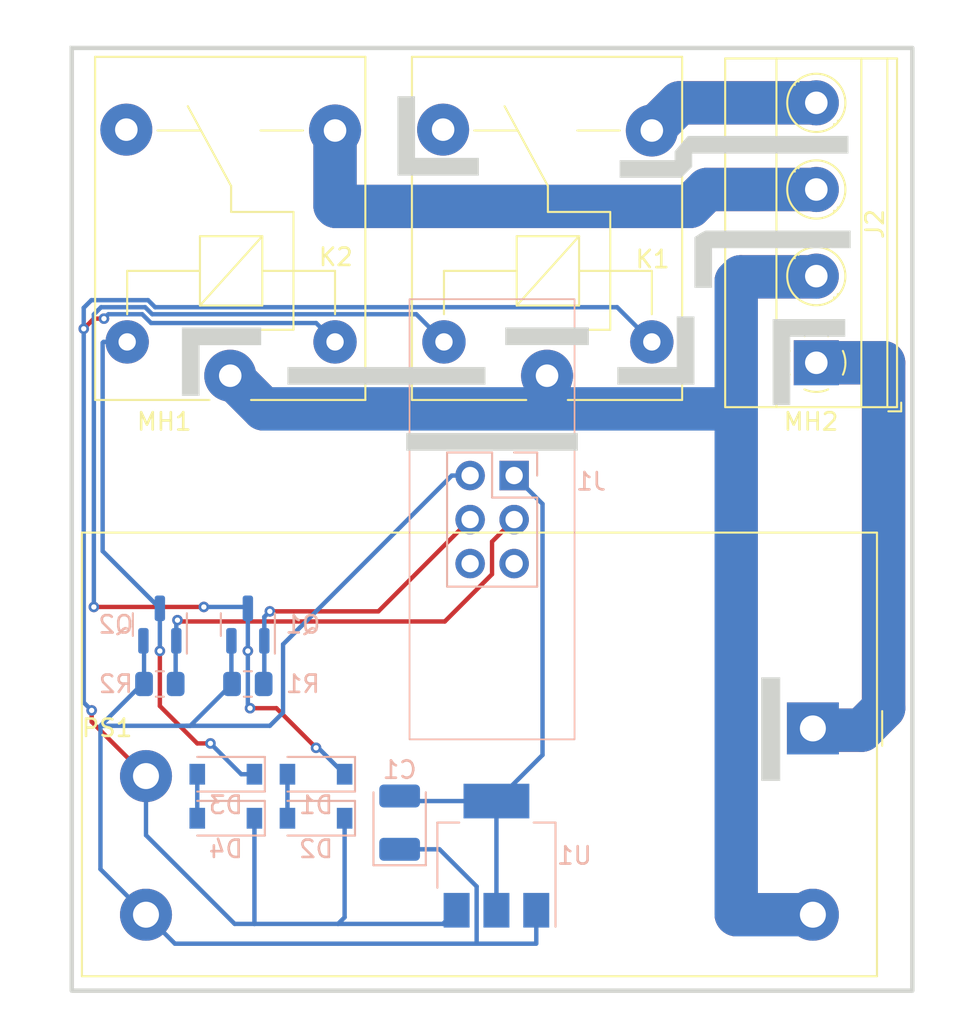
<source format=kicad_pcb>
(kicad_pcb (version 20211014) (generator pcbnew)
  (layers (0 "F.Cu" signal) (31 "B.Cu" signal) (34 "B.Paste" user) (35 "F.Paste" user) (36 "B.SilkS" user "B.Silkscreen") (37 "F.SilkS" user "F.Silkscreen") (38 "B.Mask" user) (39 "F.Mask" user) (44 "Edge.Cuts" user))
  (net 0 "")
  (net 1 "GND")
  (net 2 "3.3V")
  (net 3 "5V")
  (net 4 "Net-(D1-Pad2)")
  (net 5 "Net-(D1-Pad1)")
  (net 6 "Net-(D3-Pad2)")
  (net 7 "Net-(D3-Pad1)")
  (net 8 "RELAY1T")
  (net 10 "RELAY2T")
  (net 12 "RELAY2")
  (net 13 "RELAY1")
  (net 14 "N")
  (net 15 "L")
  (footprint "MountingHole:MountingHole_2.2mm_M2" (layer "F.Cu") (at 164.211 94.615)
    (fp_text reference "MH1" (at 0 -3.2) (layer "F.SilkS"))
    (fp_text value "MountingHole_2.2mm_M2")
    (pad "" np_thru_hole circle (at 0 0) (size 2.2 2.2) (drill 2.2) (layers *.Cu *.Mask))
  )
  (footprint "TerminalBlock_Phoenix:TerminalBlock_Phoenix_MKDS-1,5-4_1x04_P5.00mm_Horizontal" (layer "F.Cu") (at 201.854 88.018 90)
    (fp_text reference "J2" (at 8.008 3.378 270) (layer "F.SilkS"))
    (fp_text value "Screw_Terminal_01x04 (C2802618)")
    (fp_line (start 13.966 1.239) (end 13.931 1.274) (layer "F.SilkS") (width 0.12))
    (fp_line (start -2.56 -2.301) (end 17.561 -2.301) (layer "F.SilkS") (width 0.12))
    (fp_line (start 16.07 -1.275) (end 16.035 -1.239) (layer "F.SilkS") (width 0.12))
    (fp_line (start 11.07 -1.275) (end 11.035 -1.239) (layer "F.SilkS") (width 0.12))
    (fp_line (start -2.56 2.6) (end 17.561 2.6) (layer "F.SilkS") (width 0.12))
    (fp_line (start -2.56 -5.261) (end -2.56 4.66) (layer "F.SilkS") (width 0.12))
    (fp_line (start -2.56 -5.261) (end 17.561 -5.261) (layer "F.SilkS") (width 0.12))
    (fp_line (start -2.56 4.1) (end 17.561 4.1) (layer "F.SilkS") (width 0.12))
    (fp_line (start 13.773 1.023) (end 13.726 1.069) (layer "F.SilkS") (width 0.12))
    (fp_line (start 3.966 1.239) (end 3.931 1.274) (layer "F.SilkS") (width 0.12))
    (fp_line (start 6.275 -1.069) (end 6.228 -1.023) (layer "F.SilkS") (width 0.12))
    (fp_line (start 8.966 1.239) (end 8.931 1.274) (layer "F.SilkS") (width 0.12))
    (fp_line (start -2.8 4.9) (end -2.3 4.9) (layer "F.SilkS") (width 0.12))
    (fp_line (start 3.773 1.023) (end 3.726 1.069) (layer "F.SilkS") (width 0.12))
    (fp_line (start 16.275 -1.069) (end 16.228 -1.023) (layer "F.SilkS") (width 0.12))
    (fp_line (start 8.773 1.023) (end 8.726 1.069) (layer "F.SilkS") (width 0.12))
    (fp_line (start 11.275 -1.069) (end 11.228 -1.023) (layer "F.SilkS") (width 0.12))
    (fp_line (start -2.8 4.16) (end -2.8 4.9) (layer "F.SilkS") (width 0.12))
    (fp_line (start -2.56 4.66) (end 17.561 4.66) (layer "F.SilkS") (width 0.12))
    (fp_line (start 17.561 -5.261) (end 17.561 4.66) (layer "F.SilkS") (width 0.12))
    (fp_line (start 6.07 -1.275) (end 6.035 -1.239) (layer "F.SilkS") (width 0.12))
    (fp_arc (start 0.028805 1.680253) (mid -0.335551 1.646659) (end -0.684 1.535) (layer "F.SilkS") (width 0.12))
    (fp_arc (start -1.535427 0.683042) (mid -1.680501 -0.000524) (end -1.535 -0.684) (layer "F.SilkS") (width 0.12))
    (fp_arc (start -0.683042 -1.535427) (mid 0.000524 -1.680501) (end 0.684 -1.535) (layer "F.SilkS") (width 0.12))
    (fp_arc (start 1.535427 -0.683042) (mid 1.680501 0.000524) (end 1.535 0.684) (layer "F.SilkS") (width 0.12))
    (fp_arc (start 0.683318 1.534756) (mid 0.349292 1.643288) (end 0 1.68) (layer "F.SilkS") (width 0.12))
    (fp_circle (center 15 0) (end 16.68 0) (layer "F.SilkS") (width 0.12) (fill none))
    (fp_circle (center 5 0) (end 6.68 0) (layer "F.SilkS") (width 0.12) (fill none))
    (fp_circle (center 10 0) (end 11.68 0) (layer "F.SilkS") (width 0.12) (fill none))
    (pad "1" thru_hole rect (at 0 0 90) (size 2.6 2.6) (drill 1.3) (layers *.Cu *.Mask) (net 14 "N"))
    (pad "2" thru_hole circle (at 5 0 90) (size 2.6 2.6) (drill 1.3) (layers *.Cu *.Mask) (net 15 "L"))
    (pad "3" thru_hole circle (at 10 0 90) (size 2.6 2.6) (drill 1.3) (layers *.Cu *.Mask) (net 13 "RELAY1"))
    (pad "4" thru_hole circle (at 15 0 90) (size 2.6 2.6) (drill 1.3) (layers *.Cu *.Mask) (net 12 "RELAY2"))
  )
  (footprint "Relay_THT:Relay_SPDT_SANYOU_SRD_Series_Form_C" (layer "F.Cu") (at 186.309 88.764 90)
    (fp_text reference "K1" (at 6.722 6.096) (layer "F.SilkS"))
    (fp_text value "SANYOU_SRD_Form_C (C35449)")
    (fp_line (start 9.45 3.65) (end 2.65 3.65) (layer "F.SilkS") (width 0.12))
    (fp_line (start 18.4 7.8) (end -1.4 7.8) (layer "F.SilkS") (width 0.12))
    (fp_line (start -1.4 -7.8) (end -1.4 -1.2) (layer "F.SilkS") (width 0.12))
    (fp_line (start 6.05 -5.95) (end 3.55 -5.95) (layer "F.SilkS") (width 0.12))
    (fp_line (start 3.55 6.05) (end 6.05 6.05) (layer "F.SilkS") (width 0.12))
    (fp_line (start 9.45 0.05) (end 9.45 3.65) (layer "F.SilkS") (width 0.12))
    (fp_line (start 18.4 -7.8) (end 18.4 7.8) (layer "F.SilkS") (width 0.12))
    (fp_line (start 14.15 4.2) (end 14.15 1.75) (layer "F.SilkS") (width 0.12))
    (fp_line (start 6.05 -5.95) (end 6.05 -1.75) (layer "F.SilkS") (width 0.12))
    (fp_line (start 8.05 1.85) (end 4.05 -1.75) (layer "F.SilkS") (width 0.12))
    (fp_line (start 4.05 -1.75) (end 8.05 -1.75) (layer "F.SilkS") (width 0.12))
    (fp_line (start 8.05 -1.75) (end 8.05 1.85) (layer "F.SilkS") (width 0.12))
    (fp_line (start 2.65 0.05) (end 2.65 3.65) (layer "F.SilkS") (width 0.12))
    (fp_line (start 4.05 1.85) (end 4.05 -1.75) (layer "F.SilkS") (width 0.12))
    (fp_line (start 2.65 0.05) (end 1.85 0.05) (layer "F.SilkS") (width 0.12))
    (fp_line (start 6.05 1.85) (end 6.05 6.05) (layer "F.SilkS") (width 0.12))
    (fp_line (start 14.15 -4.2) (end 14.15 -1.7) (layer "F.SilkS") (width 0.12))
    (fp_line (start 9.45 0.05) (end 10.95 0.05) (layer "F.SilkS") (width 0.12))
    (fp_line (start 10.95 0.05) (end 15.55 -2.45) (layer "F.SilkS") (width 0.12))
    (fp_line (start -1.4 -7.8) (end 18.4 -7.8) (layer "F.SilkS") (width 0.12))
    (fp_line (start 8.05 1.85) (end 4.05 1.85) (layer "F.SilkS") (width 0.12))
    (fp_line (start -1.4 1.2) (end -1.4 7.8) (layer "F.SilkS") (width 0.12))
    (pad "1" thru_hole circle (at 0 0 180) (size 3 3) (drill 1.3) (layers *.Cu *.Mask) (net 15 "L"))
    (pad "2" thru_hole circle (at 1.95 6.05 180) (size 2.5 2.5) (drill 1) (layers *.Cu *.Mask) (net 3 "5V"))
    (pad "3" thru_hole circle (at 14.15 6.05 180) (size 3 3) (drill 1.3) (layers *.Cu *.Mask) (net 12 "RELAY2"))
    (pad "4" thru_hole circle (at 14.2 -6 180) (size 3 3) (drill 1.3) (layers *.Cu *.Mask))
    (pad "5" thru_hole circle (at 1.95 -5.95 180) (size 2.5 2.5) (drill 1) (layers *.Cu *.Mask) (net 5 "Net-(D1-Pad1)"))
  )
  (footprint "MountingHole:MountingHole_2.2mm_M2" (layer "F.Cu") (at 201.549 94.615)
    (fp_text reference "MH2" (at 0 -3.2) (layer "F.SilkS"))
    (fp_text value "MountingHole_2.2mm_M2")
    (pad "" np_thru_hole circle (at 0 0) (size 2.2 2.2) (drill 2.2) (layers *.Cu *.Mask))
  )
  (footprint "Converter_ACDC:Converter_ACDC_MeanWell_IRM-10-xx_THT" (layer "F.Cu") (at 161.0165 109.117)
    (fp_text reference "PS1" (at -0.1075 -0.024) (layer "F.SilkS"))
    (fp_text value "IRM-10-5")
    (fp_line (start 44.34 -11.3) (end 44.34 14.3) (layer "F.SilkS") (width 0.12))
    (fp_line (start -1.56 -11.3) (end -1.56 14.3) (layer "F.SilkS") (width 0.12))
    (fp_line (start 44.34 -11.3) (end -1.56 -11.3) (layer "F.SilkS") (width 0.12))
    (fp_line (start 44.34 14.3) (end -1.56 14.3) (layer "F.SilkS") (width 0.12))
    (fp_line (start 44.64 -1) (end 44.64 1) (layer "F.SilkS") (width 0.12))
    (pad "1" thru_hole rect (at 40.64 0) (size 3 3) (drill 1.5) (layers *.Cu *.Mask) (net 14 "N"))
    (pad "2" thru_hole circle (at 40.64 10.75) (size 3 3) (drill 1.5) (layers *.Cu *.Mask) (net 15 "L"))
    (pad "3" thru_hole circle (at 2.14 10.75) (size 3 3) (drill 1.5) (layers *.Cu *.Mask) (net 1 "GND"))
    (pad "4" thru_hole circle (at 2.14 2.75) (size 3 3) (drill 1.5) (layers *.Cu *.Mask) (net 3 "5V"))
  )
  (footprint "Relay_THT:Relay_SPDT_SANYOU_SRD_Series_Form_C" (layer "F.Cu") (at 168.021 88.764 90)
    (fp_text reference "K2" (at 6.849 6.096) (layer "F.SilkS"))
    (fp_text value "SANYOU_SRD_Form_C (C35449)")
    (fp_line (start 9.45 3.65) (end 2.65 3.65) (layer "F.SilkS") (width 0.12))
    (fp_line (start 18.4 7.8) (end -1.4 7.8) (layer "F.SilkS") (width 0.12))
    (fp_line (start 6.05 -5.95) (end 3.55 -5.95) (layer "F.SilkS") (width 0.12))
    (fp_line (start 8.05 -1.75) (end 8.05 1.85) (layer "F.SilkS") (width 0.12))
    (fp_line (start 8.05 1.85) (end 4.05 -1.75) (layer "F.SilkS") (width 0.12))
    (fp_line (start -1.4 -7.8) (end -1.4 -1.2) (layer "F.SilkS") (width 0.12))
    (fp_line (start 14.15 -4.2) (end 14.15 -1.7) (layer "F.SilkS") (width 0.12))
    (fp_line (start 3.55 6.05) (end 6.05 6.05) (layer "F.SilkS") (width 0.12))
    (fp_line (start -1.4 -7.8) (end 18.4 -7.8) (layer "F.SilkS") (width 0.12))
    (fp_line (start 4.05 1.85) (end 4.05 -1.75) (layer "F.SilkS") (width 0.12))
    (fp_line (start 18.4 -7.8) (end 18.4 7.8) (layer "F.SilkS") (width 0.12))
    (fp_line (start 6.05 -5.95) (end 6.05 -1.75) (layer "F.SilkS") (width 0.12))
    (fp_line (start 4.05 -1.75) (end 8.05 -1.75) (layer "F.SilkS") (width 0.12))
    (fp_line (start -1.4 1.2) (end -1.4 7.8) (layer "F.SilkS") (width 0.12))
    (fp_line (start 10.95 0.05) (end 15.55 -2.45) (layer "F.SilkS") (width 0.12))
    (fp_line (start 14.15 4.2) (end 14.15 1.75) (layer "F.SilkS") (width 0.12))
    (fp_line (start 8.05 1.85) (end 4.05 1.85) (layer "F.SilkS") (width 0.12))
    (fp_line (start 2.65 0.05) (end 2.65 3.65) (layer "F.SilkS") (width 0.12))
    (fp_line (start 2.65 0.05) (end 1.85 0.05) (layer "F.SilkS") (width 0.12))
    (fp_line (start 9.45 0.05) (end 9.45 3.65) (layer "F.SilkS") (width 0.12))
    (fp_line (start 9.45 0.05) (end 10.95 0.05) (layer "F.SilkS") (width 0.12))
    (fp_line (start 6.05 1.85) (end 6.05 6.05) (layer "F.SilkS") (width 0.12))
    (pad "1" thru_hole circle (at 0 0 180) (size 3 3) (drill 1.3) (layers *.Cu *.Mask) (net 15 "L"))
    (pad "2" thru_hole circle (at 1.95 6.05 180) (size 2.5 2.5) (drill 1) (layers *.Cu *.Mask) (net 3 "5V"))
    (pad "3" thru_hole circle (at 14.15 6.05 180) (size 3 3) (drill 1.3) (layers *.Cu *.Mask) (net 13 "RELAY1"))
    (pad "4" thru_hole circle (at 14.2 -6 180) (size 3 3) (drill 1.3) (layers *.Cu *.Mask))
    (pad "5" thru_hole circle (at 1.95 -5.95 180) (size 2.5 2.5) (drill 1) (layers *.Cu *.Mask) (net 7 "Net-(D3-Pad1)"))
  )
  (footprint "Package_TO_SOT_SMD:SOT-223-3_TabPin2" (layer "B.Cu") (at 183.388 116.459 90)
    (fp_text reference "U1" (at 0 4.5 180) (layer "B.SilkS") (effects (justify mirror)))
    (fp_text value "AMS1117-3.3 (C173386)")
    (fp_line (start -1.85 -3.41) (end 1.91 -3.41) (layer "B.SilkS") (width 0.12))
    (fp_line (start -4.1 3.41) (end 1.91 3.41) (layer "B.SilkS") (width 0.12))
    (fp_line (start 1.91 3.41) (end 1.91 2.15) (layer "B.SilkS") (width 0.12))
    (fp_line (start 1.91 -3.41) (end 1.91 -2.15) (layer "B.SilkS") (width 0.12))
    (pad "1" smd rect (at -3.15 2.3 90) (size 2 1.5) (layers "B.Cu" "B.Paste" "B.Mask") (net 1 "GND"))
    (pad "2" smd rect (at 3.15 0 90) (size 2 3.8) (layers "B.Cu" "B.Paste" "B.Mask") (net 2 "3.3V"))
    (pad "2" smd rect (at -3.15 0 90) (size 2 1.5) (layers "B.Cu" "B.Paste" "B.Mask") (net 2 "3.3V"))
    (pad "3" smd rect (at -3.15 -2.3 90) (size 2 1.5) (layers "B.Cu" "B.Paste" "B.Mask") (net 3 "5V"))
  )
  (footprint "Diode_SMD:D_SOD-123" (layer "B.Cu") (at 167.767 114.3 180)
    (fp_text reference "D4" (at 0 -1.778) (layer "B.SilkS") (effects (justify mirror)))
    (fp_text value "1N5819W (C963381)")
    (fp_line (start -2.25 1) (end -2.25 -1) (layer "B.SilkS") (width 0.12))
    (fp_line (start -2.25 -1) (end 1.65 -1) (layer "B.SilkS") (width 0.12))
    (fp_line (start -2.25 1) (end 1.65 1) (layer "B.SilkS") (width 0.12))
    (pad "1" smd rect (at -1.65 0 180) (size 0.9 1.2) (layers "B.Cu" "B.Paste" "B.Mask") (net 3 "5V"))
    (pad "2" smd rect (at 1.65 0 180) (size 0.9 1.2) (layers "B.Cu" "B.Paste" "B.Mask") (net 6 "Net-(D3-Pad2)"))
  )
  (footprint "Diode_SMD:D_SOD-123" (layer "B.Cu") (at 172.974 111.76 180)
    (fp_text reference "D1" (at 0 -1.778) (layer "B.SilkS") (effects (justify mirror)))
    (fp_text value "BZT52B5v1 (C353516)")
    (fp_line (start -2.25 1) (end 1.65 1) (layer "B.SilkS") (width 0.12))
    (fp_line (start -2.25 1) (end -2.25 -1) (layer "B.SilkS") (width 0.12))
    (fp_line (start -2.25 -1) (end 1.65 -1) (layer "B.SilkS") (width 0.12))
    (pad "1" smd rect (at -1.65 0 180) (size 0.9 1.2) (layers "B.Cu" "B.Paste" "B.Mask") (net 5 "Net-(D1-Pad1)"))
    (pad "2" smd rect (at 1.65 0 180) (size 0.9 1.2) (layers "B.Cu" "B.Paste" "B.Mask") (net 4 "Net-(D1-Pad2)"))
  )
  (footprint "Diode_SMD:D_SOD-123" (layer "B.Cu") (at 167.767 111.76 180)
    (fp_text reference "D3" (at 0 -1.778) (layer "B.SilkS") (effects (justify mirror)))
    (fp_text value "BZT52B5v1 (C353516)")
    (fp_line (start -2.25 1) (end -2.25 -1) (layer "B.SilkS") (width 0.12))
    (fp_line (start -2.25 1) (end 1.65 1) (layer "B.SilkS") (width 0.12))
    (fp_line (start -2.25 -1) (end 1.65 -1) (layer "B.SilkS") (width 0.12))
    (pad "1" smd rect (at -1.65 0 180) (size 0.9 1.2) (layers "B.Cu" "B.Paste" "B.Mask") (net 7 "Net-(D3-Pad1)"))
    (pad "2" smd rect (at 1.65 0 180) (size 0.9 1.2) (layers "B.Cu" "B.Paste" "B.Mask") (net 6 "Net-(D3-Pad2)"))
  )
  (footprint "Resistor_SMD:R_0805_2012Metric" (layer "B.Cu") (at 169.037 106.553 180)
    (fp_text reference "R1" (at -3.175 0 180) (layer "B.SilkS") (effects (justify mirror)))
    (fp_text value "10k (C115309)")
    (fp_line (start -0.227064 0.735) (end 0.227064 0.735) (layer "B.SilkS") (width 0.12))
    (fp_line (start -0.227064 -0.735) (end 0.227064 -0.735) (layer "B.SilkS") (width 0.12))
    (pad "1" smd roundrect (at -0.9125 0 180) (size 1.025 1.4) (layers "B.Cu" "B.Paste" "B.Mask") (roundrect_rratio 0.243902) (net 10 "RELAY2T"))
    (pad "2" smd roundrect (at 0.9125 0 180) (size 1.025 1.4) (layers "B.Cu" "B.Paste" "B.Mask") (roundrect_rratio 0.243902) (net 1 "GND"))
  )
  (footprint "Diode_SMD:D_SOD-123" (layer "B.Cu") (at 172.974 114.3 180)
    (fp_text reference "D2" (at 0 -1.778) (layer "B.SilkS") (effects (justify mirror)))
    (fp_text value "1N5819W (C963381)")
    (fp_line (start -2.25 -1) (end 1.65 -1) (layer "B.SilkS") (width 0.12))
    (fp_line (start -2.25 1) (end 1.65 1) (layer "B.SilkS") (width 0.12))
    (fp_line (start -2.25 1) (end -2.25 -1) (layer "B.SilkS") (width 0.12))
    (pad "1" smd rect (at -1.65 0 180) (size 0.9 1.2) (layers "B.Cu" "B.Paste" "B.Mask") (net 3 "5V"))
    (pad "2" smd rect (at 1.65 0 180) (size 0.9 1.2) (layers "B.Cu" "B.Paste" "B.Mask") (net 4 "Net-(D1-Pad2)"))
  )
  (footprint "Package_TO_SOT_SMD:SOT-23" (layer "B.Cu") (at 169.037 103.124 90)
    (fp_text reference "Q1" (at 0 3.175 180) (layer "B.SilkS") (effects (justify mirror)))
    (fp_text value "MMBT3904 (C20526)")
    (fp_line (start 0 -1.56) (end 0.65 -1.56) (layer "B.SilkS") (width 0.12))
    (fp_line (start 0 1.56) (end -1.675 1.56) (layer "B.SilkS") (width 0.12))
    (fp_line (start 0 -1.56) (end -0.65 -1.56) (layer "B.SilkS") (width 0.12))
    (fp_line (start 0 1.56) (end 0.65 1.56) (layer "B.SilkS") (width 0.12))
    (pad "1" smd roundrect (at -0.9375 0.95 90) (size 1.475 0.6) (layers "B.Cu" "B.Paste" "B.Mask") (net 10 "RELAY2T"))
    (pad "2" smd roundrect (at -0.9375 -0.95 90) (size 1.475 0.6) (layers "B.Cu" "B.Paste" "B.Mask") (net 1 "GND"))
    (pad "3" smd roundrect (at 0.9375 0 90) (size 1.475 0.6) (layers "B.Cu" "B.Paste" "B.Mask") (net 5 "Net-(D1-Pad1)"))
  )
  (footprint "Resistor_SMD:R_0805_2012Metric" (layer "B.Cu") (at 163.957 106.553 180)
    (fp_text reference "R2" (at 2.54 0) (layer "B.SilkS") (effects (justify mirror)))
    (fp_text value "10k (C115309)")
    (fp_line (start -0.227064 -0.735) (end 0.227064 -0.735) (layer "B.SilkS") (width 0.12))
    (fp_line (start -0.227064 0.735) (end 0.227064 0.735) (layer "B.SilkS") (width 0.12))
    (pad "1" smd roundrect (at -0.9125 0 180) (size 1.025 1.4) (layers "B.Cu" "B.Paste" "B.Mask") (roundrect_rratio 0.243902) (net 8 "RELAY1T"))
    (pad "2" smd roundrect (at 0.9125 0 180) (size 1.025 1.4) (layers "B.Cu" "B.Paste" "B.Mask") (roundrect_rratio 0.243902) (net 1 "GND"))
  )
  (footprint "Connector_PinHeader_2.54mm:PinHeader_2x03_P2.54mm_Vertical" (layer "B.Cu") (at 184.409 94.525 180)
    (fp_text reference "J1" (at -4.44 -0.344) (layer "B.SilkS") (effects (justify mirror)))
    (fp_text value "Conn_02x03_Top_Bottom (C65114)")
    (fp_line (start -1.33 1.33) (end 0 1.33) (layer "B.SilkS") (width 0.12))
    (fp_line (start 1.27 -1.27) (end 1.27 1.33) (layer "B.SilkS") (width 0.12))
    (fp_line (start -1.33 -6.41) (end 3.87 -6.41) (layer "B.SilkS") (width 0.12))
    (fp_line (start -1.33 0) (end -1.33 1.33) (layer "B.SilkS") (width 0.12))
    (fp_line (start 3.87 1.33) (end 3.87 -6.41) (layer "B.SilkS") (width 0.12))
    (fp_line (start -1.33 -1.27) (end -1.33 -6.41) (layer "B.SilkS") (width 0.12))
    (fp_line (start 1.27 1.33) (end 3.87 1.33) (layer "B.SilkS") (width 0.12))
    (fp_line (start -1.33 -1.27) (end 1.27 -1.27) (layer "B.SilkS") (width 0.12))
    (pad "1" thru_hole rect (at 0 0 180) (size 1.7 1.7) (drill 1) (layers *.Cu *.Mask) (net 2 "3.3V"))
    (pad "2" thru_hole oval (at 2.54 0 180) (size 1.7 1.7) (drill 1) (layers *.Cu *.Mask) (net 1 "GND"))
    (pad "3" thru_hole oval (at 0 -2.54 180) (size 1.7 1.7) (drill 1) (layers *.Cu *.Mask) (net 8 "RELAY1T"))
    (pad "4" thru_hole oval (at 2.54 -2.54 180) (size 1.7 1.7) (drill 1) (layers *.Cu *.Mask) (net 10 "RELAY2T"))
    (pad "5" thru_hole oval (at 0 -5.08 180) (size 1.7 1.7) (drill 1) (layers *.Cu *.Mask))
    (pad "6" thru_hole oval (at 2.54 -5.08 180) (size 1.7 1.7) (drill 1) (layers *.Cu *.Mask))
  )
  (footprint "Package_TO_SOT_SMD:SOT-23" (layer "B.Cu") (at 163.957 103.124 90)
    (fp_text reference "Q2" (at 0 -2.54 180) (layer "B.SilkS") (effects (justify mirror)))
    (fp_text value "MMBT3904 (C20526)")
    (fp_line (start 0 -1.56) (end -0.65 -1.56) (layer "B.SilkS") (width 0.12))
    (fp_line (start 0 1.56) (end 0.65 1.56) (layer "B.SilkS") (width 0.12))
    (fp_line (start 0 1.56) (end -1.675 1.56) (layer "B.SilkS") (width 0.12))
    (fp_line (start 0 -1.56) (end 0.65 -1.56) (layer "B.SilkS") (width 0.12))
    (pad "1" smd roundrect (at -0.9375 0.95 90) (size 1.475 0.6) (layers "B.Cu" "B.Paste" "B.Mask") (net 8 "RELAY1T"))
    (pad "2" smd roundrect (at -0.9375 -0.95 90) (size 1.475 0.6) (layers "B.Cu" "B.Paste" "B.Mask") (net 1 "GND"))
    (pad "3" smd roundrect (at 0.9375 0 90) (size 1.475 0.6) (layers "B.Cu" "B.Paste" "B.Mask") (net 7 "Net-(D3-Pad1)"))
  )
  (footprint "Capacitor_Tantalum_SMD:CP_EIA-3528-21_Kemet-B" (layer "B.Cu") (at 177.8 114.554 90)
    (fp_text reference "C1" (at 3.048 0) (layer "B.SilkS") (effects (justify mirror)))
    (fp_text value "22uF (C8020)")
    (fp_line (start 1.75 1.51) (end -2.46 1.51) (layer "B.SilkS") (width 0.12))
    (fp_line (start -2.46 -1.51) (end 1.75 -1.51) (layer "B.SilkS") (width 0.12))
    (fp_line (start -2.46 1.51) (end -2.46 -1.51) (layer "B.SilkS") (width 0.12))
    (pad "1" smd roundrect (at -1.5375 0 90) (size 1.325 2.35) (layers "B.Cu" "B.Paste" "B.Mask") (roundrect_rratio 0.188679) (net 1 "GND"))
    (pad "2" smd roundrect (at 1.5375 0 90) (size 1.325 2.35) (layers "B.Cu" "B.Paste" "B.Mask") (roundrect_rratio 0.188679) (net 2 "3.3V"))
  )
  (gr_rect (start 178.3715 84.35) (end 187.8965 109.75) (layer "B.SilkS") (width 0.1) (fill none))
  (gr_poly (pts (xy 188.722 86.995) (xy 183.896 86.995) (xy 183.896 85.979) (xy 188.722 85.979)) (layer "Edge.Cuts") (width 0.001) (fill solid))
  (gr_poly (pts (xy 203.708 75.946) (xy 195.834 75.946) (xy 194.691 75.946) (xy 194.691 76.327) (xy 194.691 76.708) (xy 194.564 76.835) (xy 194.056 77.343) (xy 193.675 77.343) (xy 190.5 77.343) (xy 190.5 76.327) (xy 193.675 76.327) (xy 193.675 75.819) (xy 194.437 74.93) (xy 194.691 74.93) (xy 195.072 74.93) (xy 195.453 74.93) (xy 195.834 74.93) (xy 203.708 74.93)) (layer "Edge.Cuts") (width 0.001) (fill solid))
  (gr_poly (pts (xy 190.367253 88.265) (xy 193.796253 88.265) (xy 193.796253 85.344) (xy 194.818 85.344) (xy 194.818 87.757) (xy 194.818 88.144321) (xy 194.818 89.281) (xy 190.367253 89.281)) (layer "Edge.Cuts") (width 0.001) (fill solid))
  (gr_poly (pts (xy 178.689 72.638253) (xy 178.689 76.194253) (xy 182.372 76.194253) (xy 182.372 77.216) (xy 179.197 77.216) (xy 178.809679 77.216) (xy 177.673 77.216) (xy 177.673 72.638253)) (layer "Edge.Cuts") (width 0.001) (fill solid))
  (gr_rect (start 158.8715 69.85) (end 207.3965 124.25) (layer "Edge.Cuts") (width 0.254) (fill none))
  (gr_rect (start 198.671 112.141) (end 199.771 106.172) (layer "Edge.Cuts") (width 0.001) (fill solid))
  (gr_poly (pts (xy 203.835 81.407) (xy 196.977 81.407) (xy 195.834 81.407) (xy 195.834 81.915) (xy 195.834 83.312) (xy 195.834 83.693) (xy 194.818 83.693) (xy 194.818 81.407) (xy 194.818 80.772) (xy 195.199 80.518) (xy 195.453 80.391) (xy 195.707 80.391) (xy 196.215 80.391) (xy 196.596 80.391) (xy 196.977 80.391) (xy 203.835 80.391)) (layer "Edge.Cuts") (width 0.001) (fill solid))
  (gr_poly (pts (xy 203.52491 86.514501) (xy 200.34991 86.514501) (xy 200.34991 90.451501) (xy 199.33391 90.451501) (xy 199.33391 87.022501) (xy 199.33391 86.641501) (xy 199.33391 85.498501) (xy 203.52491 85.498501)) (layer "Edge.Cuts") (width 0.001) (fill solid))
  (gr_poly (pts (xy 188.087 93.091) (xy 178.181 93.091) (xy 178.181 92.075) (xy 188.087 92.075)) (layer "Edge.Cuts") (width 0.001) (fill solid))
  (gr_poly (pts (xy 182.753 89.281) (xy 171.323 89.281) (xy 171.323 88.265) (xy 182.753 88.265)) (layer "Edge.Cuts") (width 0.001) (fill solid))
  (gr_poly (pts (xy 169.804747 87.001321) (xy 166.248747 87.001321) (xy 166.248747 89.922321) (xy 165.227 89.922321) (xy 165.227 87.509321) (xy 165.227 87.122) (xy 165.227 85.985321) (xy 169.804747 85.985321)) (layer "Edge.Cuts") (width 0.001) (fill solid))
  (segment (start 168.087 106.5155) (end 168.1245 106.553) (width 0.254) (layer "B.Cu") (net 1))
  (segment (start 171.069 108.204) (end 170.307 108.966) (width 0.254) (layer "B.Cu") (net 1))
  (segment (start 163.0445 104.099) (end 163.007 104.0615) (width 0.254) (layer "B.Cu") (net 1))
  (segment (start 180.0995 116.0915) (end 182.245 118.237) (width 0.254) (layer "B.Cu") (net 1))
  (segment (start 177.8 116.0915) (end 180.0995 116.0915) (width 0.254) (layer "B.Cu") (net 1))
  (segment (start 160.528 108.966) (end 162.941 106.553) (width 0.254) (layer "B.Cu") (net 1))
  (segment (start 162.941 106.553) (end 163.0445 106.553) (width 0.254) (layer "B.Cu") (net 1))
  (segment (start 165.7115 108.966) (end 160.528 108.966) (width 0.254) (layer "B.Cu") (net 1))
  (segment (start 181.869 94.525) (end 180.811 94.525) (width 0.254) (layer "B.Cu") (net 1))
  (segment (start 168.087 104.0615) (end 168.087 106.5155) (width 0.254) (layer "B.Cu") (net 1))
  (segment (start 185.688 121.525) (end 185.688 119.609) (width 0.254) (layer "B.Cu") (net 1))
  (segment (start 182.245 118.237) (end 182.245 121.539) (width 0.254) (layer "B.Cu") (net 1))
  (segment (start 163.1565 119.867) (end 164.8285 121.539) (width 0.254) (layer "B.Cu") (net 1))
  (segment (start 163.0445 106.553) (end 163.0445 104.099) (width 0.254) (layer "B.Cu") (net 1))
  (segment (start 168.1245 106.553) (end 165.7115 108.966) (width 0.254) (layer "B.Cu") (net 1))
  (segment (start 160.528 117.2385) (end 160.528 108.966) (width 0.254) (layer "B.Cu") (net 1))
  (segment (start 182.245 121.539) (end 185.674 121.539) (width 0.254) (layer "B.Cu") (net 1))
  (segment (start 185.674 121.539) (end 185.688 121.525) (width 0.254) (layer "B.Cu") (net 1))
  (segment (start 171.069 104.267) (end 171.069 108.204) (width 0.254) (layer "B.Cu") (net 1))
  (segment (start 180.811 94.525) (end 171.069 104.267) (width 0.254) (layer "B.Cu") (net 1))
  (segment (start 163.1565 119.867) (end 160.528 117.2385) (width 0.254) (layer "B.Cu") (net 1))
  (segment (start 170.307 108.966) (end 165.481 108.966) (width 0.254) (layer "B.Cu") (net 1))
  (segment (start 164.8285 121.539) (end 182.245 121.539) (width 0.254) (layer "B.Cu") (net 1))
  (segment (start 183.388 113.309) (end 178.0925 113.309) (width 0.254) (layer "B.Cu") (net 2))
  (segment (start 186.0491 96.1651) (end 184.409 94.525) (width 0.254) (layer "B.Cu") (net 2))
  (segment (start 178.0925 113.309) (end 177.8 113.0165) (width 0.254) (layer "B.Cu") (net 2))
  (segment (start 186.0491 110.6479) (end 186.0491 96.1651) (width 0.254) (layer "B.Cu") (net 2))
  (segment (start 183.388 119.609) (end 183.388 113.309) (width 0.254) (layer "B.Cu") (net 2))
  (segment (start 183.388 113.309) (end 186.0491 110.6479) (width 0.254) (layer "B.Cu") (net 2))
  (segment (start 160.147 85.471) (end 159.563 86.055) (width 0.254) (layer "F.Cu") (net 3))
  (segment (start 160.02 108.7305) (end 160.02 108.077) (width 0.254) (layer "F.Cu") (net 3))
  (segment (start 163.1565 111.867) (end 160.02 108.7305) (width 0.254) (layer "F.Cu") (net 3))
  (segment (start 160.7305 85.471) (end 160.147 85.471) (width 0.254) (layer "F.Cu") (net 3))
  (via (at 160.7305 85.471) (size 0.61) (drill 0.305) (layers "F.Cu" "B.Cu") (net 3))
  (via (at 159.563 86.055) (size 0.61) (drill 0.305) (layers "F.Cu" "B.Cu") (net 3))
  (via (at 160.02 108.077) (size 0.61) (drill 0.305) (layers "F.Cu" "B.Cu") (net 3))
  (segment (start 169.417 114.3) (end 169.417 120.395) (width 0.254) (layer "B.Cu") (net 3))
  (segment (start 172.982 85.725) (end 174.071 86.814) (width 0.254) (layer "B.Cu") (net 3))
  (segment (start 160.02 108.077) (end 159.563 107.62) (width 0.254) (layer "B.Cu") (net 3))
  (segment (start 160.9845 85.217) (end 162.941 85.217) (width 0.254) (layer "B.Cu") (net 3))
  (segment (start 160.003829 84.405) (end 163.27734 84.405) (width 0.254) (layer "B.Cu") (net 3))
  (segment (start 174.624 114.3) (end 174.624 120.016) (width 0.254) (layer "B.Cu") (net 3))
  (segment (start 169.418 120.396) (end 168.275 120.396) (width 0.254) (layer "B.Cu") (net 3))
  (segment (start 163.1565 115.2775) (end 163.1565 111.867) (width 0.254) (layer "B.Cu") (net 3))
  (segment (start 190.356 84.811) (end 192.359 86.814) (width 0.254) (layer "B.Cu") (net 3))
  (segment (start 159.563 107.62) (end 159.563 86.055) (width 0.254) (layer "B.Cu") (net 3))
  (segment (start 169.418 120.396) (end 174.244 120.396) (width 0.254) (layer "B.Cu") (net 3))
  (segment (start 174.624 120.016) (end 174.244 120.396) (width 0.254) (layer "B.Cu") (net 3))
  (segment (start 162.941 85.217) (end 163.449 85.725) (width 0.254) (layer "B.Cu") (net 3))
  (segment (start 160.7305 85.471) (end 160.9845 85.217) (width 0.254) (layer "B.Cu") (net 3))
  (segment (start 174.244 120.396) (end 180.301 120.396) (width 0.254) (layer "B.Cu") (net 3))
  (segment (start 163.27734 84.405) (end 163.68334 84.811) (width 0.254) (layer "B.Cu") (net 3))
  (segment (start 169.417 120.395) (end 169.418 120.396) (width 0.254) (layer "B.Cu") (net 3))
  (segment (start 159.563 86.055) (end 159.563 84.845829) (width 0.254) (layer "B.Cu") (net 3))
  (segment (start 159.563 84.845829) (end 160.003829 84.405) (width 0.254) (layer "B.Cu") (net 3))
  (segment (start 163.449 85.725) (end 172.982 85.725) (width 0.254) (layer "B.Cu") (net 3))
  (segment (start 163.68334 84.811) (end 190.356 84.811) (width 0.254) (layer "B.Cu") (net 3))
  (segment (start 168.275 120.396) (end 163.1565 115.2775) (width 0.254) (layer "B.Cu") (net 3))
  (segment (start 181.088 119.609) (end 180.301 120.396) (width 0.254) (layer "B.Cu") (net 3))
  (segment (start 171.324 114.3) (end 171.324 111.76) (width 0.254) (layer "B.Cu") (net 4))
  (segment (start 166.497 102.108) (end 160.147 102.108) (width 0.254) (layer "F.Cu") (net 5))
  (segment (start 170.688 107.95) (end 172.974 110.236) (width 0.254) (layer "F.Cu") (net 5))
  (segment (start 169.164 107.95) (end 170.688 107.95) (width 0.254) (layer "F.Cu") (net 5))
  (via (at 169.037 104.648) (size 0.61) (drill 0.305) (layers "F.Cu" "B.Cu") (net 5))
  (via (at 169.164 107.95) (size 0.61) (drill 0.305) (layers "F.Cu" "B.Cu") (net 5))
  (via (at 160.147 102.108) (size 0.61) (drill 0.305) (layers "F.Cu" "B.Cu") (net 5))
  (via (at 172.974 110.236) (size 0.61) (drill 0.305) (layers "F.Cu" "B.Cu") (net 5))
  (via (at 166.497 102.108) (size 0.61) (drill 0.305) (layers "F.Cu" "B.Cu") (net 5))
  (segment (start 169.037 107.823) (end 169.164 107.95) (width 0.254) (layer "B.Cu") (net 5))
  (segment (start 169.037 102.1865) (end 169.037 104.648) (width 0.254) (layer "B.Cu") (net 5))
  (segment (start 166.497 102.108) (end 168.9585 102.108) (width 0.254) (layer "B.Cu") (net 5))
  (segment (start 173.1 110.236) (end 174.624 111.76) (width 0.254) (layer "B.Cu") (net 5))
  (segment (start 169.037 104.648) (end 169.037 107.823) (width 0.254) (layer "B.Cu") (net 5))
  (segment (start 168.9585 102.108) (end 169.037 102.1865) (width 0.254) (layer "B.Cu") (net 5))
  (segment (start 174.625 111.759) (end 174.624 111.76) (width 0.254) (layer "B.Cu") (net 5))
  (segment (start 180.359 86.814) (end 178.762 85.217) (width 0.254) (layer "B.Cu") (net 5))
  (segment (start 160.147 85.228599) (end 160.147 102.108) (width 0.254) (layer "B.Cu") (net 5))
  (segment (start 160.564599 84.811) (end 160.147 85.228599) (width 0.254) (layer "B.Cu") (net 5))
  (segment (start 163.10917 84.811) (end 160.564599 84.811) (width 0.254) (layer "B.Cu") (net 5))
  (segment (start 172.974 110.236) (end 173.1 110.236) (width 0.254) (layer "B.Cu") (net 5))
  (segment (start 178.762 85.217) (end 163.51517 85.217) (width 0.254) (layer "B.Cu") (net 5))
  (segment (start 163.51517 85.217) (end 163.10917 84.811) (width 0.254) (layer "B.Cu") (net 5))
  (segment (start 166.117 114.3) (end 166.117 111.76) (width 0.254) (layer "B.Cu") (net 6))
  (segment (start 163.957 104.648) (end 163.957 107.823) (width 0.254) (layer "F.Cu") (net 7))
  (segment (start 163.957 107.823) (end 166.116 109.982) (width 0.254) (layer "F.Cu") (net 7))
  (segment (start 166.116 109.982) (end 166.878 109.982) (width 0.254) (layer "F.Cu") (net 7))
  (via (at 166.878 109.982) (size 0.61) (drill 0.305) (layers "F.Cu" "B.Cu") (net 7))
  (via (at 163.957 104.648) (size 0.61) (drill 0.305) (layers "F.Cu" "B.Cu") (net 7))
  (segment (start 168.656 111.76) (end 169.417 111.76) (width 0.254) (layer "B.Cu") (net 7))
  (segment (start 160.709 86.814) (end 162.071 86.814) (width 0.254) (layer "B.Cu") (net 7))
  (segment (start 160.655 86.868) (end 160.709 86.814) (width 0.254) (layer "B.Cu") (net 7))
  (segment (start 163.957 102.1865) (end 160.655 98.8845) (width 0.254) (layer "B.Cu") (net 7))
  (segment (start 160.655 98.8845) (end 160.655 86.868) (width 0.254) (layer "B.Cu") (net 7))
  (segment (start 166.878 109.982) (end 168.656 111.76) (width 0.254) (layer "B.Cu") (net 7))
  (segment (start 163.957 102.1865) (end 163.957 104.648) (width 0.254) (layer "B.Cu") (net 7))
  (segment (start 183.134 98.34) (end 184.409 97.065) (width 0.254) (layer "F.Cu") (net 8))
  (segment (start 164.973 102.87) (end 165.049 102.946) (width 0.254) (layer "F.Cu") (net 8))
  (segment (start 183.134 100.218648) (end 183.134 98.34) (width 0.254) (layer "F.Cu") (net 8))
  (segment (start 180.406648 102.946) (end 183.134 100.218648) (width 0.254) (layer "F.Cu") (net 8))
  (segment (start 165.049 102.946) (end 180.406648 102.946) (width 0.254) (layer "F.Cu") (net 8))
  (via (at 164.973 102.87) (size 0.61) (drill 0.305) (layers "F.Cu" "B.Cu") (net 8))
  (segment (start 164.907 102.936) (end 164.973 102.87) (width 0.254) (layer "B.Cu") (net 8))
  (segment (start 164.8695 104.099) (end 164.907 104.0615) (width 0.254) (layer "B.Cu") (net 8))
  (segment (start 164.907 104.0615) (end 164.907 102.936) (width 0.254) (layer "B.Cu") (net 8))
  (segment (start 164.8695 106.553) (end 164.8695 104.099) (width 0.254) (layer "B.Cu") (net 8))
  (segment (start 176.572 102.362) (end 181.869 97.065) (width 0.254) (layer "F.Cu") (net 10))
  (segment (start 170.307 102.362) (end 176.572 102.362) (width 0.254) (layer "F.Cu") (net 10))
  (via (at 170.307 102.362) (size 0.61) (drill 0.305) (layers "F.Cu" "B.Cu") (net 10))
  (segment (start 169.987 104.0615) (end 169.987 102.682) (width 0.254) (layer "B.Cu") (net 10))
  (segment (start 169.987 102.682) (end 170.307 102.362) (width 0.254) (layer "B.Cu") (net 10))
  (segment (start 169.987 104.0615) (end 169.987 106.5155) (width 0.254) (layer "B.Cu") (net 10))
  (segment (start 169.987 106.5155) (end 169.9495 106.553) (width 0.254) (layer "B.Cu") (net 10))
  (segment (start 193.957161 73.015839) (end 192.359 74.614) (width 2.5) (layer "F.Cu") (net 12))
  (segment (start 201.854 73.018) (end 201.851839 73.015839) (width 2.5) (layer "F.Cu") (net 12))
  (segment (start 201.851839 73.015839) (end 193.957161 73.015839) (width 2.5) (layer "F.Cu") (net 12))
  (segment (start 193.955 73.018) (end 192.359 74.614) (width 2.5) (layer "B.Cu") (net 12))
  (segment (start 201.854 73.018) (end 193.955 73.018) (width 2.5) (layer "B.Cu") (net 12))
  (segment (start 195.54 78.018) (end 194.564 78.994) (width 2.5) (layer "F.Cu") (net 13))
  (segment (start 174.071 78.948) (end 174.071 74.614) (width 2.5) (layer "F.Cu") (net 13))
  (segment (start 201.854 78.018) (end 195.54 78.018) (width 2.5) (layer "F.Cu") (net 13))
  (segment (start 174.117 78.994) (end 174.071 78.948) (width 2.5) (layer "F.Cu") (net 13))
  (segment (start 194.564 78.994) (end 174.117 78.994) (width 2.5) (layer "F.Cu") (net 13))
  (segment (start 174.071 78.948) (end 174.071 74.614) (width 2.5) (layer "B.Cu") (net 13))
  (segment (start 201.854 78.018) (end 195.54 78.018) (width 2.5) (layer "B.Cu") (net 13))
  (segment (start 195.54 78.018) (end 194.564 78.994) (width 2.5) (layer "B.Cu") (net 13))
  (segment (start 174.117 78.994) (end 174.071 78.948) (width 2.5) (layer "B.Cu") (net 13))
  (segment (start 194.564 78.994) (end 174.117 78.994) (width 2.5) (layer "B.Cu") (net 13))
  (segment (start 205.735152 107.954848) (end 204.47 109.22) (width 2.5) (layer "F.Cu") (net 14))
  (segment (start 201.7595 109.22) (end 201.6565 109.117) (width 2.5) (layer "F.Cu") (net 14))
  (segment (start 204.47 109.22) (end 201.7595 109.22) (width 2.5) (layer "F.Cu") (net 14))
  (segment (start 205.731389 88.019611) (end 205.74 88.011) (width 2.5) (layer "F.Cu") (net 14))
  (segment (start 205.737857 88.015848) (end 205.737857 107.954848) (width 2.5) (layer "F.Cu") (net 14))
  (segment (start 201.855611 88.019611) (end 205.731389 88.019611) (width 2.5) (layer "F.Cu") (net 14))
  (segment (start 205.737857 107.954848) (end 205.735152 107.954848) (width 2.5) (layer "F.Cu") (net 14))
  (segment (start 201.854 88.018) (end 201.855611 88.019611) (width 2.5) (layer "F.Cu") (net 14))
  (segment (start 201.7595 109.22) (end 201.6565 109.117) (width 2.5) (layer "B.Cu") (net 14))
  (segment (start 204.47 109.22) (end 201.7595 109.22) (width 2.5) (layer "B.Cu") (net 14))
  (segment (start 205.74 107.95) (end 204.47 109.22) (width 2.5) (layer "B.Cu") (net 14))
  (segment (start 205.74 88.011) (end 205.74 107.95) (width 2.5) (layer "B.Cu") (net 14))
  (segment (start 201.854 88.018) (end 205.733 88.018) (width 2.5) (layer "B.Cu") (net 14))
  (segment (start 197.231 83.312) (end 197.231 90.805) (width 2.5) (layer "F.Cu") (net 15))
  (segment (start 186.436 90.678) (end 186.436 88.891) (width 2.5) (layer "F.Cu") (net 15))
  (segment (start 168.021 88.764) (end 169.935 90.678) (width 2.5) (layer "F.Cu") (net 15))
  (segment (start 201.854 83.018) (end 201.814 83.058) (width 2.5) (layer "F.Cu") (net 15))
  (segment (start 201.814 83.058) (end 197.485 83.058) (width 2.5) (layer "F.Cu") (net 15))
  (segment (start 197.231 119.846) (end 197.252 119.867) (width 2.5) (layer "F.Cu") (net 15))
  (segment (start 197.104 90.678) (end 197.231 90.805) (width 2.5) (layer "F.Cu") (net 15))
  (segment (start 169.935 90.678) (end 186.436 90.678) (width 2.5) (layer "F.Cu") (net 15))
  (segment (start 197.252 119.867) (end 201.6565 119.867) (width 2.5) (layer "F.Cu") (net 15))
  (segment (start 186.436 88.891) (end 186.309 88.764) (width 2.5) (layer "F.Cu") (net 15))
  (segment (start 197.485 83.058) (end 197.231 83.312) (width 2.5) (layer "F.Cu") (net 15))
  (segment (start 197.231 90.805) (end 197.231 119.846) (width 2.5) (layer "F.Cu") (net 15))
  (segment (start 186.436 90.678) (end 197.104 90.678) (width 2.5) (layer "F.Cu") (net 15))
  (segment (start 169.935 90.678) (end 186.309 90.678) (width 2.5) (layer "B.Cu") (net 15))
  (segment (start 197.231 83.312) (end 197.485 83.058) (width 2.5) (layer "B.Cu") (net 15))
  (segment (start 197.252 119.867) (end 197.231 119.846) (width 2.5) (layer "B.Cu") (net 15))
  (segment (start 197.231 119.846) (end 197.231 90.678) (width 2.5) (layer "B.Cu") (net 15))
  (segment (start 201.814 83.058) (end 201.854 83.018) (width 2.5) (layer "B.Cu") (net 15))
  (segment (start 201.6565 119.867) (end 197.252 119.867) (width 2.5) (layer "B.Cu") (net 15))
  (segment (start 197.231 90.678) (end 197.231 83.312) (width 2.5) (layer "B.Cu") (net 15))
  (segment (start 197.485 83.058) (end 201.814 83.058) (width 2.5) (layer "B.Cu") (net 15))
  (segment (start 186.309 88.764) (end 186.309 90.678) (width 2.5) (layer "B.Cu") (net 15))
  (segment (start 186.309 90.678) (end 197.231 90.678) (width 2.5) (layer "B.Cu") (net 15))
  (segment (start 168.021 88.764) (end 169.935 90.678) (width 2.5) (layer "B.Cu") (net 15))
)
</source>
